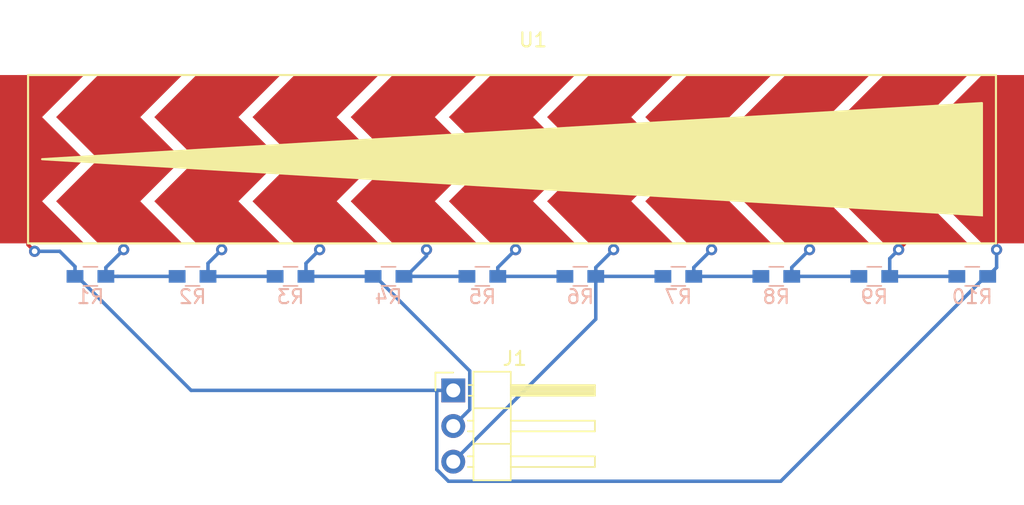
<source format=kicad_pcb>
(kicad_pcb (version 20171130) (host pcbnew 5.0.0-rc2-be01b52~65~ubuntu16.04.1)

  (general
    (thickness 1.6)
    (drawings 0)
    (tracks 84)
    (zones 0)
    (modules 12)
    (nets 11)
  )

  (page A4)
  (layers
    (0 F.Cu signal)
    (31 B.Cu signal)
    (32 B.Adhes user)
    (33 F.Adhes user)
    (34 B.Paste user)
    (35 F.Paste user)
    (36 B.SilkS user)
    (37 F.SilkS user)
    (38 B.Mask user)
    (39 F.Mask user)
    (40 Dwgs.User user)
    (41 Cmts.User user)
    (42 Eco1.User user)
    (43 Eco2.User user)
    (44 Edge.Cuts user)
    (45 Margin user)
    (46 B.CrtYd user)
    (47 F.CrtYd user)
    (48 B.Fab user)
    (49 F.Fab user)
  )

  (setup
    (last_trace_width 0.25)
    (trace_clearance 0.2)
    (zone_clearance 0.508)
    (zone_45_only no)
    (trace_min 0.2)
    (segment_width 0.2)
    (edge_width 0.15)
    (via_size 0.8)
    (via_drill 0.4)
    (via_min_size 0.4)
    (via_min_drill 0.3)
    (uvia_size 0.3)
    (uvia_drill 0.1)
    (uvias_allowed no)
    (uvia_min_size 0.2)
    (uvia_min_drill 0.1)
    (pcb_text_width 0.3)
    (pcb_text_size 1.5 1.5)
    (mod_edge_width 0.15)
    (mod_text_size 1 1)
    (mod_text_width 0.15)
    (pad_size 1.524 1.524)
    (pad_drill 0.762)
    (pad_to_mask_clearance 0.2)
    (aux_axis_origin 0 0)
    (visible_elements FFFFFF7F)
    (pcbplotparams
      (layerselection 0x010fc_ffffffff)
      (usegerberextensions false)
      (usegerberattributes false)
      (usegerberadvancedattributes false)
      (creategerberjobfile false)
      (excludeedgelayer true)
      (linewidth 0.100000)
      (plotframeref false)
      (viasonmask false)
      (mode 1)
      (useauxorigin false)
      (hpglpennumber 1)
      (hpglpenspeed 20)
      (hpglpendiameter 15)
      (psnegative false)
      (psa4output false)
      (plotreference true)
      (plotvalue true)
      (plotinvisibletext false)
      (padsonsilk false)
      (subtractmaskfromsilk false)
      (outputformat 1)
      (mirror false)
      (drillshape 1)
      (scaleselection 1)
      (outputdirectory ""))
  )

  (net 0 "")
  (net 1 /S2)
  (net 2 /S1)
  (net 3 /SE)
  (net 4 "Net-(R1-Pad2)")
  (net 5 "Net-(R2-Pad2)")
  (net 6 "Net-(R4-Pad2)")
  (net 7 "Net-(R5-Pad2)")
  (net 8 "Net-(R7-Pad2)")
  (net 9 "Net-(R8-Pad2)")
  (net 10 "Net-(R10-Pad1)")

  (net_class Default "これは標準のネット クラスです。"
    (clearance 0.2)
    (trace_width 0.25)
    (via_dia 0.8)
    (via_drill 0.4)
    (uvia_dia 0.3)
    (uvia_drill 0.1)
    (add_net /S1)
    (add_net /S2)
    (add_net /SE)
    (add_net "Net-(R1-Pad2)")
    (add_net "Net-(R10-Pad1)")
    (add_net "Net-(R2-Pad2)")
    (add_net "Net-(R4-Pad2)")
    (add_net "Net-(R5-Pad2)")
    (add_net "Net-(R7-Pad2)")
    (add_net "Net-(R8-Pad2)")
  )

  (module Pin_Headers:Pin_Header_Angled_1x03_Pitch2.54mm (layer F.Cu) (tedit 59650532) (tstamp 5B2A3C66)
    (at 151.13 107.188)
    (descr "Through hole angled pin header, 1x03, 2.54mm pitch, 6mm pin length, single row")
    (tags "Through hole angled pin header THT 1x03 2.54mm single row")
    (path /5B2A852C)
    (fp_text reference J1 (at 4.385 -2.27) (layer F.SilkS)
      (effects (font (size 1 1) (thickness 0.15)))
    )
    (fp_text value Conn_01x03_Male (at 4.385 7.35) (layer F.Fab)
      (effects (font (size 1 1) (thickness 0.15)))
    )
    (fp_text user %R (at 2.77 2.54 90) (layer F.Fab)
      (effects (font (size 1 1) (thickness 0.15)))
    )
    (fp_line (start 10.55 -1.8) (end -1.8 -1.8) (layer F.CrtYd) (width 0.05))
    (fp_line (start 10.55 6.85) (end 10.55 -1.8) (layer F.CrtYd) (width 0.05))
    (fp_line (start -1.8 6.85) (end 10.55 6.85) (layer F.CrtYd) (width 0.05))
    (fp_line (start -1.8 -1.8) (end -1.8 6.85) (layer F.CrtYd) (width 0.05))
    (fp_line (start -1.27 -1.27) (end 0 -1.27) (layer F.SilkS) (width 0.12))
    (fp_line (start -1.27 0) (end -1.27 -1.27) (layer F.SilkS) (width 0.12))
    (fp_line (start 1.042929 5.46) (end 1.44 5.46) (layer F.SilkS) (width 0.12))
    (fp_line (start 1.042929 4.7) (end 1.44 4.7) (layer F.SilkS) (width 0.12))
    (fp_line (start 10.1 5.46) (end 4.1 5.46) (layer F.SilkS) (width 0.12))
    (fp_line (start 10.1 4.7) (end 10.1 5.46) (layer F.SilkS) (width 0.12))
    (fp_line (start 4.1 4.7) (end 10.1 4.7) (layer F.SilkS) (width 0.12))
    (fp_line (start 1.44 3.81) (end 4.1 3.81) (layer F.SilkS) (width 0.12))
    (fp_line (start 1.042929 2.92) (end 1.44 2.92) (layer F.SilkS) (width 0.12))
    (fp_line (start 1.042929 2.16) (end 1.44 2.16) (layer F.SilkS) (width 0.12))
    (fp_line (start 10.1 2.92) (end 4.1 2.92) (layer F.SilkS) (width 0.12))
    (fp_line (start 10.1 2.16) (end 10.1 2.92) (layer F.SilkS) (width 0.12))
    (fp_line (start 4.1 2.16) (end 10.1 2.16) (layer F.SilkS) (width 0.12))
    (fp_line (start 1.44 1.27) (end 4.1 1.27) (layer F.SilkS) (width 0.12))
    (fp_line (start 1.11 0.38) (end 1.44 0.38) (layer F.SilkS) (width 0.12))
    (fp_line (start 1.11 -0.38) (end 1.44 -0.38) (layer F.SilkS) (width 0.12))
    (fp_line (start 4.1 0.28) (end 10.1 0.28) (layer F.SilkS) (width 0.12))
    (fp_line (start 4.1 0.16) (end 10.1 0.16) (layer F.SilkS) (width 0.12))
    (fp_line (start 4.1 0.04) (end 10.1 0.04) (layer F.SilkS) (width 0.12))
    (fp_line (start 4.1 -0.08) (end 10.1 -0.08) (layer F.SilkS) (width 0.12))
    (fp_line (start 4.1 -0.2) (end 10.1 -0.2) (layer F.SilkS) (width 0.12))
    (fp_line (start 4.1 -0.32) (end 10.1 -0.32) (layer F.SilkS) (width 0.12))
    (fp_line (start 10.1 0.38) (end 4.1 0.38) (layer F.SilkS) (width 0.12))
    (fp_line (start 10.1 -0.38) (end 10.1 0.38) (layer F.SilkS) (width 0.12))
    (fp_line (start 4.1 -0.38) (end 10.1 -0.38) (layer F.SilkS) (width 0.12))
    (fp_line (start 4.1 -1.33) (end 1.44 -1.33) (layer F.SilkS) (width 0.12))
    (fp_line (start 4.1 6.41) (end 4.1 -1.33) (layer F.SilkS) (width 0.12))
    (fp_line (start 1.44 6.41) (end 4.1 6.41) (layer F.SilkS) (width 0.12))
    (fp_line (start 1.44 -1.33) (end 1.44 6.41) (layer F.SilkS) (width 0.12))
    (fp_line (start 4.04 5.4) (end 10.04 5.4) (layer F.Fab) (width 0.1))
    (fp_line (start 10.04 4.76) (end 10.04 5.4) (layer F.Fab) (width 0.1))
    (fp_line (start 4.04 4.76) (end 10.04 4.76) (layer F.Fab) (width 0.1))
    (fp_line (start -0.32 5.4) (end 1.5 5.4) (layer F.Fab) (width 0.1))
    (fp_line (start -0.32 4.76) (end -0.32 5.4) (layer F.Fab) (width 0.1))
    (fp_line (start -0.32 4.76) (end 1.5 4.76) (layer F.Fab) (width 0.1))
    (fp_line (start 4.04 2.86) (end 10.04 2.86) (layer F.Fab) (width 0.1))
    (fp_line (start 10.04 2.22) (end 10.04 2.86) (layer F.Fab) (width 0.1))
    (fp_line (start 4.04 2.22) (end 10.04 2.22) (layer F.Fab) (width 0.1))
    (fp_line (start -0.32 2.86) (end 1.5 2.86) (layer F.Fab) (width 0.1))
    (fp_line (start -0.32 2.22) (end -0.32 2.86) (layer F.Fab) (width 0.1))
    (fp_line (start -0.32 2.22) (end 1.5 2.22) (layer F.Fab) (width 0.1))
    (fp_line (start 4.04 0.32) (end 10.04 0.32) (layer F.Fab) (width 0.1))
    (fp_line (start 10.04 -0.32) (end 10.04 0.32) (layer F.Fab) (width 0.1))
    (fp_line (start 4.04 -0.32) (end 10.04 -0.32) (layer F.Fab) (width 0.1))
    (fp_line (start -0.32 0.32) (end 1.5 0.32) (layer F.Fab) (width 0.1))
    (fp_line (start -0.32 -0.32) (end -0.32 0.32) (layer F.Fab) (width 0.1))
    (fp_line (start -0.32 -0.32) (end 1.5 -0.32) (layer F.Fab) (width 0.1))
    (fp_line (start 1.5 -0.635) (end 2.135 -1.27) (layer F.Fab) (width 0.1))
    (fp_line (start 1.5 6.35) (end 1.5 -0.635) (layer F.Fab) (width 0.1))
    (fp_line (start 4.04 6.35) (end 1.5 6.35) (layer F.Fab) (width 0.1))
    (fp_line (start 4.04 -1.27) (end 4.04 6.35) (layer F.Fab) (width 0.1))
    (fp_line (start 2.135 -1.27) (end 4.04 -1.27) (layer F.Fab) (width 0.1))
    (pad 3 thru_hole oval (at 0 5.08) (size 1.7 1.7) (drill 1) (layers *.Cu *.Mask)
      (net 1 /S2))
    (pad 2 thru_hole oval (at 0 2.54) (size 1.7 1.7) (drill 1) (layers *.Cu *.Mask)
      (net 2 /S1))
    (pad 1 thru_hole rect (at 0 0) (size 1.7 1.7) (drill 1) (layers *.Cu *.Mask)
      (net 3 /SE))
    (model ${KISYS3DMOD}/Pin_Headers.3dshapes/Pin_Header_Angled_1x03_Pitch2.54mm.wrl
      (at (xyz 0 0 0))
      (scale (xyz 1 1 1))
      (rotate (xyz 0 0 0))
    )
  )

  (module Resistors_SMD:R_0603_HandSoldering (layer B.Cu) (tedit 58E0A804) (tstamp 5B2A3EDD)
    (at 125.265 99.06)
    (descr "Resistor SMD 0603, hand soldering")
    (tags "resistor 0603")
    (path /5B29C77E)
    (attr smd)
    (fp_text reference R1 (at 0 1.45) (layer B.SilkS)
      (effects (font (size 1 1) (thickness 0.15)) (justify mirror))
    )
    (fp_text value 33k (at 0 -1.55) (layer B.Fab)
      (effects (font (size 1 1) (thickness 0.15)) (justify mirror))
    )
    (fp_line (start 1.95 -0.7) (end -1.96 -0.7) (layer B.CrtYd) (width 0.05))
    (fp_line (start 1.95 -0.7) (end 1.95 0.7) (layer B.CrtYd) (width 0.05))
    (fp_line (start -1.96 0.7) (end -1.96 -0.7) (layer B.CrtYd) (width 0.05))
    (fp_line (start -1.96 0.7) (end 1.95 0.7) (layer B.CrtYd) (width 0.05))
    (fp_line (start -0.5 0.68) (end 0.5 0.68) (layer B.SilkS) (width 0.12))
    (fp_line (start 0.5 -0.68) (end -0.5 -0.68) (layer B.SilkS) (width 0.12))
    (fp_line (start -0.8 0.4) (end 0.8 0.4) (layer B.Fab) (width 0.1))
    (fp_line (start 0.8 0.4) (end 0.8 -0.4) (layer B.Fab) (width 0.1))
    (fp_line (start 0.8 -0.4) (end -0.8 -0.4) (layer B.Fab) (width 0.1))
    (fp_line (start -0.8 -0.4) (end -0.8 0.4) (layer B.Fab) (width 0.1))
    (fp_text user %R (at 0 0) (layer B.Fab)
      (effects (font (size 0.4 0.4) (thickness 0.075)) (justify mirror))
    )
    (pad 2 smd rect (at 1.1 0) (size 1.2 0.9) (layers B.Cu B.Paste B.Mask)
      (net 4 "Net-(R1-Pad2)"))
    (pad 1 smd rect (at -1.1 0) (size 1.2 0.9) (layers B.Cu B.Paste B.Mask)
      (net 3 /SE))
    (model ${KISYS3DMOD}/Resistors_SMD.3dshapes/R_0603.wrl
      (at (xyz 0 0 0))
      (scale (xyz 1 1 1))
      (rotate (xyz 0 0 0))
    )
  )

  (module Resistors_SMD:R_0603_HandSoldering (layer B.Cu) (tedit 58E0A804) (tstamp 5B2A4013)
    (at 132.545 99.06)
    (descr "Resistor SMD 0603, hand soldering")
    (tags "resistor 0603")
    (path /5B29CC44)
    (attr smd)
    (fp_text reference R2 (at 0 1.45) (layer B.SilkS)
      (effects (font (size 1 1) (thickness 0.15)) (justify mirror))
    )
    (fp_text value 33k (at 0 -1.55) (layer B.Fab)
      (effects (font (size 1 1) (thickness 0.15)) (justify mirror))
    )
    (fp_text user %R (at 0 0) (layer B.Fab)
      (effects (font (size 0.4 0.4) (thickness 0.075)) (justify mirror))
    )
    (fp_line (start -0.8 -0.4) (end -0.8 0.4) (layer B.Fab) (width 0.1))
    (fp_line (start 0.8 -0.4) (end -0.8 -0.4) (layer B.Fab) (width 0.1))
    (fp_line (start 0.8 0.4) (end 0.8 -0.4) (layer B.Fab) (width 0.1))
    (fp_line (start -0.8 0.4) (end 0.8 0.4) (layer B.Fab) (width 0.1))
    (fp_line (start 0.5 -0.68) (end -0.5 -0.68) (layer B.SilkS) (width 0.12))
    (fp_line (start -0.5 0.68) (end 0.5 0.68) (layer B.SilkS) (width 0.12))
    (fp_line (start -1.96 0.7) (end 1.95 0.7) (layer B.CrtYd) (width 0.05))
    (fp_line (start -1.96 0.7) (end -1.96 -0.7) (layer B.CrtYd) (width 0.05))
    (fp_line (start 1.95 -0.7) (end 1.95 0.7) (layer B.CrtYd) (width 0.05))
    (fp_line (start 1.95 -0.7) (end -1.96 -0.7) (layer B.CrtYd) (width 0.05))
    (pad 1 smd rect (at -1.1 0) (size 1.2 0.9) (layers B.Cu B.Paste B.Mask)
      (net 4 "Net-(R1-Pad2)"))
    (pad 2 smd rect (at 1.1 0) (size 1.2 0.9) (layers B.Cu B.Paste B.Mask)
      (net 5 "Net-(R2-Pad2)"))
    (model ${KISYS3DMOD}/Resistors_SMD.3dshapes/R_0603.wrl
      (at (xyz 0 0 0))
      (scale (xyz 1 1 1))
      (rotate (xyz 0 0 0))
    )
  )

  (module Resistors_SMD:R_0603_HandSoldering (layer B.Cu) (tedit 58E0A804) (tstamp 5B2A3E7D)
    (at 139.53 99.06)
    (descr "Resistor SMD 0603, hand soldering")
    (tags "resistor 0603")
    (path /5B29CC5E)
    (attr smd)
    (fp_text reference R3 (at 0 1.45) (layer B.SilkS)
      (effects (font (size 1 1) (thickness 0.15)) (justify mirror))
    )
    (fp_text value 33k (at 0 -1.55) (layer B.Fab)
      (effects (font (size 1 1) (thickness 0.15)) (justify mirror))
    )
    (fp_line (start 1.95 -0.7) (end -1.96 -0.7) (layer B.CrtYd) (width 0.05))
    (fp_line (start 1.95 -0.7) (end 1.95 0.7) (layer B.CrtYd) (width 0.05))
    (fp_line (start -1.96 0.7) (end -1.96 -0.7) (layer B.CrtYd) (width 0.05))
    (fp_line (start -1.96 0.7) (end 1.95 0.7) (layer B.CrtYd) (width 0.05))
    (fp_line (start -0.5 0.68) (end 0.5 0.68) (layer B.SilkS) (width 0.12))
    (fp_line (start 0.5 -0.68) (end -0.5 -0.68) (layer B.SilkS) (width 0.12))
    (fp_line (start -0.8 0.4) (end 0.8 0.4) (layer B.Fab) (width 0.1))
    (fp_line (start 0.8 0.4) (end 0.8 -0.4) (layer B.Fab) (width 0.1))
    (fp_line (start 0.8 -0.4) (end -0.8 -0.4) (layer B.Fab) (width 0.1))
    (fp_line (start -0.8 -0.4) (end -0.8 0.4) (layer B.Fab) (width 0.1))
    (fp_text user %R (at 0 0) (layer B.Fab)
      (effects (font (size 0.4 0.4) (thickness 0.075)) (justify mirror))
    )
    (pad 2 smd rect (at 1.1 0) (size 1.2 0.9) (layers B.Cu B.Paste B.Mask)
      (net 2 /S1))
    (pad 1 smd rect (at -1.1 0) (size 1.2 0.9) (layers B.Cu B.Paste B.Mask)
      (net 5 "Net-(R2-Pad2)"))
    (model ${KISYS3DMOD}/Resistors_SMD.3dshapes/R_0603.wrl
      (at (xyz 0 0 0))
      (scale (xyz 1 1 1))
      (rotate (xyz 0 0 0))
    )
  )

  (module Resistors_SMD:R_0603_HandSoldering (layer B.Cu) (tedit 58E0A804) (tstamp 5B2A3E1D)
    (at 146.515 99.06)
    (descr "Resistor SMD 0603, hand soldering")
    (tags "resistor 0603")
    (path /5B29CC76)
    (attr smd)
    (fp_text reference R4 (at 0 1.45) (layer B.SilkS)
      (effects (font (size 1 1) (thickness 0.15)) (justify mirror))
    )
    (fp_text value 33k (at 0 -1.55) (layer B.Fab)
      (effects (font (size 1 1) (thickness 0.15)) (justify mirror))
    )
    (fp_text user %R (at 0 0) (layer B.Fab)
      (effects (font (size 0.4 0.4) (thickness 0.075)) (justify mirror))
    )
    (fp_line (start -0.8 -0.4) (end -0.8 0.4) (layer B.Fab) (width 0.1))
    (fp_line (start 0.8 -0.4) (end -0.8 -0.4) (layer B.Fab) (width 0.1))
    (fp_line (start 0.8 0.4) (end 0.8 -0.4) (layer B.Fab) (width 0.1))
    (fp_line (start -0.8 0.4) (end 0.8 0.4) (layer B.Fab) (width 0.1))
    (fp_line (start 0.5 -0.68) (end -0.5 -0.68) (layer B.SilkS) (width 0.12))
    (fp_line (start -0.5 0.68) (end 0.5 0.68) (layer B.SilkS) (width 0.12))
    (fp_line (start -1.96 0.7) (end 1.95 0.7) (layer B.CrtYd) (width 0.05))
    (fp_line (start -1.96 0.7) (end -1.96 -0.7) (layer B.CrtYd) (width 0.05))
    (fp_line (start 1.95 -0.7) (end 1.95 0.7) (layer B.CrtYd) (width 0.05))
    (fp_line (start 1.95 -0.7) (end -1.96 -0.7) (layer B.CrtYd) (width 0.05))
    (pad 1 smd rect (at -1.1 0) (size 1.2 0.9) (layers B.Cu B.Paste B.Mask)
      (net 2 /S1))
    (pad 2 smd rect (at 1.1 0) (size 1.2 0.9) (layers B.Cu B.Paste B.Mask)
      (net 6 "Net-(R4-Pad2)"))
    (model ${KISYS3DMOD}/Resistors_SMD.3dshapes/R_0603.wrl
      (at (xyz 0 0 0))
      (scale (xyz 1 1 1))
      (rotate (xyz 0 0 0))
    )
  )

  (module Resistors_SMD:R_0603_HandSoldering (layer B.Cu) (tedit 58E0A804) (tstamp 5B2A3DED)
    (at 153.205 99.06)
    (descr "Resistor SMD 0603, hand soldering")
    (tags "resistor 0603")
    (path /5B29CC90)
    (attr smd)
    (fp_text reference R5 (at 0 1.45) (layer B.SilkS)
      (effects (font (size 1 1) (thickness 0.15)) (justify mirror))
    )
    (fp_text value 33k (at 0 -1.55) (layer B.Fab)
      (effects (font (size 1 1) (thickness 0.15)) (justify mirror))
    )
    (fp_text user %R (at 0 0) (layer B.Fab)
      (effects (font (size 0.4 0.4) (thickness 0.075)) (justify mirror))
    )
    (fp_line (start -0.8 -0.4) (end -0.8 0.4) (layer B.Fab) (width 0.1))
    (fp_line (start 0.8 -0.4) (end -0.8 -0.4) (layer B.Fab) (width 0.1))
    (fp_line (start 0.8 0.4) (end 0.8 -0.4) (layer B.Fab) (width 0.1))
    (fp_line (start -0.8 0.4) (end 0.8 0.4) (layer B.Fab) (width 0.1))
    (fp_line (start 0.5 -0.68) (end -0.5 -0.68) (layer B.SilkS) (width 0.12))
    (fp_line (start -0.5 0.68) (end 0.5 0.68) (layer B.SilkS) (width 0.12))
    (fp_line (start -1.96 0.7) (end 1.95 0.7) (layer B.CrtYd) (width 0.05))
    (fp_line (start -1.96 0.7) (end -1.96 -0.7) (layer B.CrtYd) (width 0.05))
    (fp_line (start 1.95 -0.7) (end 1.95 0.7) (layer B.CrtYd) (width 0.05))
    (fp_line (start 1.95 -0.7) (end -1.96 -0.7) (layer B.CrtYd) (width 0.05))
    (pad 1 smd rect (at -1.1 0) (size 1.2 0.9) (layers B.Cu B.Paste B.Mask)
      (net 6 "Net-(R4-Pad2)"))
    (pad 2 smd rect (at 1.1 0) (size 1.2 0.9) (layers B.Cu B.Paste B.Mask)
      (net 7 "Net-(R5-Pad2)"))
    (model ${KISYS3DMOD}/Resistors_SMD.3dshapes/R_0603.wrl
      (at (xyz 0 0 0))
      (scale (xyz 1 1 1))
      (rotate (xyz 0 0 0))
    )
  )

  (module Resistors_SMD:R_0603_HandSoldering (layer B.Cu) (tedit 58E0A804) (tstamp 5B2A3DBD)
    (at 160.19 99.06)
    (descr "Resistor SMD 0603, hand soldering")
    (tags "resistor 0603")
    (path /5B29CCAC)
    (attr smd)
    (fp_text reference R6 (at 0 1.45) (layer B.SilkS)
      (effects (font (size 1 1) (thickness 0.15)) (justify mirror))
    )
    (fp_text value 33k (at 0 -1.55) (layer B.Fab)
      (effects (font (size 1 1) (thickness 0.15)) (justify mirror))
    )
    (fp_text user %R (at 0 0) (layer B.Fab)
      (effects (font (size 0.4 0.4) (thickness 0.075)) (justify mirror))
    )
    (fp_line (start -0.8 -0.4) (end -0.8 0.4) (layer B.Fab) (width 0.1))
    (fp_line (start 0.8 -0.4) (end -0.8 -0.4) (layer B.Fab) (width 0.1))
    (fp_line (start 0.8 0.4) (end 0.8 -0.4) (layer B.Fab) (width 0.1))
    (fp_line (start -0.8 0.4) (end 0.8 0.4) (layer B.Fab) (width 0.1))
    (fp_line (start 0.5 -0.68) (end -0.5 -0.68) (layer B.SilkS) (width 0.12))
    (fp_line (start -0.5 0.68) (end 0.5 0.68) (layer B.SilkS) (width 0.12))
    (fp_line (start -1.96 0.7) (end 1.95 0.7) (layer B.CrtYd) (width 0.05))
    (fp_line (start -1.96 0.7) (end -1.96 -0.7) (layer B.CrtYd) (width 0.05))
    (fp_line (start 1.95 -0.7) (end 1.95 0.7) (layer B.CrtYd) (width 0.05))
    (fp_line (start 1.95 -0.7) (end -1.96 -0.7) (layer B.CrtYd) (width 0.05))
    (pad 1 smd rect (at -1.1 0) (size 1.2 0.9) (layers B.Cu B.Paste B.Mask)
      (net 7 "Net-(R5-Pad2)"))
    (pad 2 smd rect (at 1.1 0) (size 1.2 0.9) (layers B.Cu B.Paste B.Mask)
      (net 1 /S2))
    (model ${KISYS3DMOD}/Resistors_SMD.3dshapes/R_0603.wrl
      (at (xyz 0 0 0))
      (scale (xyz 1 1 1))
      (rotate (xyz 0 0 0))
    )
  )

  (module Resistors_SMD:R_0603_HandSoldering (layer B.Cu) (tedit 58E0A804) (tstamp 5B2A3D8D)
    (at 167.175 99.06)
    (descr "Resistor SMD 0603, hand soldering")
    (tags "resistor 0603")
    (path /5B29CCCA)
    (attr smd)
    (fp_text reference R7 (at 0 1.45) (layer B.SilkS)
      (effects (font (size 1 1) (thickness 0.15)) (justify mirror))
    )
    (fp_text value 33k (at 0 -1.55) (layer B.Fab)
      (effects (font (size 1 1) (thickness 0.15)) (justify mirror))
    )
    (fp_line (start 1.95 -0.7) (end -1.96 -0.7) (layer B.CrtYd) (width 0.05))
    (fp_line (start 1.95 -0.7) (end 1.95 0.7) (layer B.CrtYd) (width 0.05))
    (fp_line (start -1.96 0.7) (end -1.96 -0.7) (layer B.CrtYd) (width 0.05))
    (fp_line (start -1.96 0.7) (end 1.95 0.7) (layer B.CrtYd) (width 0.05))
    (fp_line (start -0.5 0.68) (end 0.5 0.68) (layer B.SilkS) (width 0.12))
    (fp_line (start 0.5 -0.68) (end -0.5 -0.68) (layer B.SilkS) (width 0.12))
    (fp_line (start -0.8 0.4) (end 0.8 0.4) (layer B.Fab) (width 0.1))
    (fp_line (start 0.8 0.4) (end 0.8 -0.4) (layer B.Fab) (width 0.1))
    (fp_line (start 0.8 -0.4) (end -0.8 -0.4) (layer B.Fab) (width 0.1))
    (fp_line (start -0.8 -0.4) (end -0.8 0.4) (layer B.Fab) (width 0.1))
    (fp_text user %R (at 0 0) (layer B.Fab)
      (effects (font (size 0.4 0.4) (thickness 0.075)) (justify mirror))
    )
    (pad 2 smd rect (at 1.1 0) (size 1.2 0.9) (layers B.Cu B.Paste B.Mask)
      (net 8 "Net-(R7-Pad2)"))
    (pad 1 smd rect (at -1.1 0) (size 1.2 0.9) (layers B.Cu B.Paste B.Mask)
      (net 1 /S2))
    (model ${KISYS3DMOD}/Resistors_SMD.3dshapes/R_0603.wrl
      (at (xyz 0 0 0))
      (scale (xyz 1 1 1))
      (rotate (xyz 0 0 0))
    )
  )

  (module Resistors_SMD:R_0603_HandSoldering (layer B.Cu) (tedit 58E0A804) (tstamp 5B2A3EAD)
    (at 174.16 99.06)
    (descr "Resistor SMD 0603, hand soldering")
    (tags "resistor 0603")
    (path /5B29CCEA)
    (attr smd)
    (fp_text reference R8 (at 0 1.45) (layer B.SilkS)
      (effects (font (size 1 1) (thickness 0.15)) (justify mirror))
    )
    (fp_text value 33k (at 0 -1.55) (layer B.Fab)
      (effects (font (size 1 1) (thickness 0.15)) (justify mirror))
    )
    (fp_text user %R (at 0 0) (layer B.Fab)
      (effects (font (size 0.4 0.4) (thickness 0.075)) (justify mirror))
    )
    (fp_line (start -0.8 -0.4) (end -0.8 0.4) (layer B.Fab) (width 0.1))
    (fp_line (start 0.8 -0.4) (end -0.8 -0.4) (layer B.Fab) (width 0.1))
    (fp_line (start 0.8 0.4) (end 0.8 -0.4) (layer B.Fab) (width 0.1))
    (fp_line (start -0.8 0.4) (end 0.8 0.4) (layer B.Fab) (width 0.1))
    (fp_line (start 0.5 -0.68) (end -0.5 -0.68) (layer B.SilkS) (width 0.12))
    (fp_line (start -0.5 0.68) (end 0.5 0.68) (layer B.SilkS) (width 0.12))
    (fp_line (start -1.96 0.7) (end 1.95 0.7) (layer B.CrtYd) (width 0.05))
    (fp_line (start -1.96 0.7) (end -1.96 -0.7) (layer B.CrtYd) (width 0.05))
    (fp_line (start 1.95 -0.7) (end 1.95 0.7) (layer B.CrtYd) (width 0.05))
    (fp_line (start 1.95 -0.7) (end -1.96 -0.7) (layer B.CrtYd) (width 0.05))
    (pad 1 smd rect (at -1.1 0) (size 1.2 0.9) (layers B.Cu B.Paste B.Mask)
      (net 8 "Net-(R7-Pad2)"))
    (pad 2 smd rect (at 1.1 0) (size 1.2 0.9) (layers B.Cu B.Paste B.Mask)
      (net 9 "Net-(R8-Pad2)"))
    (model ${KISYS3DMOD}/Resistors_SMD.3dshapes/R_0603.wrl
      (at (xyz 0 0 0))
      (scale (xyz 1 1 1))
      (rotate (xyz 0 0 0))
    )
  )

  (module Resistors_SMD:R_0603_HandSoldering (layer B.Cu) (tedit 58E0A804) (tstamp 5B2A3D5D)
    (at 181.145 99.06)
    (descr "Resistor SMD 0603, hand soldering")
    (tags "resistor 0603")
    (path /5B29CD0C)
    (attr smd)
    (fp_text reference R9 (at 0 1.45) (layer B.SilkS)
      (effects (font (size 1 1) (thickness 0.15)) (justify mirror))
    )
    (fp_text value 33k (at 0 -1.55) (layer B.Fab)
      (effects (font (size 1 1) (thickness 0.15)) (justify mirror))
    )
    (fp_line (start 1.95 -0.7) (end -1.96 -0.7) (layer B.CrtYd) (width 0.05))
    (fp_line (start 1.95 -0.7) (end 1.95 0.7) (layer B.CrtYd) (width 0.05))
    (fp_line (start -1.96 0.7) (end -1.96 -0.7) (layer B.CrtYd) (width 0.05))
    (fp_line (start -1.96 0.7) (end 1.95 0.7) (layer B.CrtYd) (width 0.05))
    (fp_line (start -0.5 0.68) (end 0.5 0.68) (layer B.SilkS) (width 0.12))
    (fp_line (start 0.5 -0.68) (end -0.5 -0.68) (layer B.SilkS) (width 0.12))
    (fp_line (start -0.8 0.4) (end 0.8 0.4) (layer B.Fab) (width 0.1))
    (fp_line (start 0.8 0.4) (end 0.8 -0.4) (layer B.Fab) (width 0.1))
    (fp_line (start 0.8 -0.4) (end -0.8 -0.4) (layer B.Fab) (width 0.1))
    (fp_line (start -0.8 -0.4) (end -0.8 0.4) (layer B.Fab) (width 0.1))
    (fp_text user %R (at 0 0) (layer B.Fab)
      (effects (font (size 0.4 0.4) (thickness 0.075)) (justify mirror))
    )
    (pad 2 smd rect (at 1.1 0) (size 1.2 0.9) (layers B.Cu B.Paste B.Mask)
      (net 10 "Net-(R10-Pad1)"))
    (pad 1 smd rect (at -1.1 0) (size 1.2 0.9) (layers B.Cu B.Paste B.Mask)
      (net 9 "Net-(R8-Pad2)"))
    (model ${KISYS3DMOD}/Resistors_SMD.3dshapes/R_0603.wrl
      (at (xyz 0 0 0))
      (scale (xyz 1 1 1))
      (rotate (xyz 0 0 0))
    )
  )

  (module Resistors_SMD:R_0603_HandSoldering (layer B.Cu) (tedit 58E0A804) (tstamp 5B2A3D2D)
    (at 188.13 99.06)
    (descr "Resistor SMD 0603, hand soldering")
    (tags "resistor 0603")
    (path /5B2A21CA)
    (attr smd)
    (fp_text reference R10 (at 0 1.45) (layer B.SilkS)
      (effects (font (size 1 1) (thickness 0.15)) (justify mirror))
    )
    (fp_text value 33k (at 0 -1.55) (layer B.Fab)
      (effects (font (size 1 1) (thickness 0.15)) (justify mirror))
    )
    (fp_text user %R (at 0 0) (layer B.Fab)
      (effects (font (size 0.4 0.4) (thickness 0.075)) (justify mirror))
    )
    (fp_line (start -0.8 -0.4) (end -0.8 0.4) (layer B.Fab) (width 0.1))
    (fp_line (start 0.8 -0.4) (end -0.8 -0.4) (layer B.Fab) (width 0.1))
    (fp_line (start 0.8 0.4) (end 0.8 -0.4) (layer B.Fab) (width 0.1))
    (fp_line (start -0.8 0.4) (end 0.8 0.4) (layer B.Fab) (width 0.1))
    (fp_line (start 0.5 -0.68) (end -0.5 -0.68) (layer B.SilkS) (width 0.12))
    (fp_line (start -0.5 0.68) (end 0.5 0.68) (layer B.SilkS) (width 0.12))
    (fp_line (start -1.96 0.7) (end 1.95 0.7) (layer B.CrtYd) (width 0.05))
    (fp_line (start -1.96 0.7) (end -1.96 -0.7) (layer B.CrtYd) (width 0.05))
    (fp_line (start 1.95 -0.7) (end 1.95 0.7) (layer B.CrtYd) (width 0.05))
    (fp_line (start 1.95 -0.7) (end -1.96 -0.7) (layer B.CrtYd) (width 0.05))
    (pad 1 smd rect (at -1.1 0) (size 1.2 0.9) (layers B.Cu B.Paste B.Mask)
      (net 10 "Net-(R10-Pad1)"))
    (pad 2 smd rect (at 1.1 0) (size 1.2 0.9) (layers B.Cu B.Paste B.Mask)
      (net 3 /SE))
    (model ${KISYS3DMOD}/Resistors_SMD.3dshapes/R_0603.wrl
      (at (xyz 0 0 0))
      (scale (xyz 1 1 1))
      (rotate (xyz 0 0 0))
    )
  )

  (module mTouch:Slider-20 (layer F.Cu) (tedit 5B29CE29) (tstamp 5B2A3CF7)
    (at 156.818 90.7055)
    (path /5B29C727)
    (fp_text reference U1 (at 0 -8.5) (layer F.SilkS)
      (effects (font (size 1 1) (thickness 0.15)))
    )
    (fp_text value slider-20 (at 0 -10.5) (layer F.Fab)
      (effects (font (size 1 1) (thickness 0.15)))
    )
    (fp_line (start -36 -6) (end 33 -6) (layer F.SilkS) (width 0.15))
    (fp_line (start 33 -6) (end 33 6) (layer F.SilkS) (width 0.15))
    (fp_line (start 33 6) (end -36 6) (layer F.SilkS) (width 0.15))
    (fp_line (start -36 6) (end -36 -6) (layer F.SilkS) (width 0.15))
    (fp_poly (pts (xy 32 -4) (xy 32 4) (xy -35 0)) (layer F.SilkS) (width 0.15))
    (pad 1 smd custom (at -36 0) (size 1.524 1.524) (layers F.Cu)
      (net 3 /SE) (zone_connect 0)
      (options (clearance outline) (anchor circle))
      (primitives
        (gr_poly (pts
           (xy 4 6) (xy -2 6) (xy -2 -6) (xy 4 -6) (xy 1 -3)
           (xy 4 0) (xy 1 3)) (width 0))
      ))
    (pad 2 smd custom (at -29 0) (size 1.524 1.524) (layers F.Cu)
      (net 4 "Net-(R1-Pad2)") (zone_connect 0)
      (options (clearance outline) (anchor circle))
      (primitives
        (gr_poly (pts
           (xy 4 6) (xy -2 6) (xy -5 3) (xy -2 0) (xy -5 -3)
           (xy -2 -6) (xy 4 -6) (xy 1 -3) (xy 4 0) (xy 1 3)
) (width 0))
      ))
    (pad 3 smd custom (at -22 0) (size 1.524 1.524) (layers F.Cu)
      (net 5 "Net-(R2-Pad2)") (zone_connect 0)
      (options (clearance outline) (anchor circle))
      (primitives
        (gr_poly (pts
           (xy 4 6) (xy -2 6) (xy -5 3) (xy -2 0) (xy -5 -3)
           (xy -2 -6) (xy 4 -6) (xy 1 -3) (xy 4 0) (xy 1 3)
) (width 0))
      ))
    (pad 4 smd custom (at -15 0) (size 1.524 1.524) (layers F.Cu)
      (net 2 /S1) (zone_connect 0)
      (options (clearance outline) (anchor circle))
      (primitives
        (gr_poly (pts
           (xy 4 6) (xy -2 6) (xy -5 3) (xy -2 0) (xy -5 -3)
           (xy -2 -6) (xy 4 -6) (xy 1 -3) (xy 4 0) (xy 1 3)
) (width 0))
      ))
    (pad 5 smd custom (at -8 0) (size 1.524 1.524) (layers F.Cu)
      (net 6 "Net-(R4-Pad2)") (zone_connect 0)
      (options (clearance outline) (anchor circle))
      (primitives
        (gr_poly (pts
           (xy 4 6) (xy -2 6) (xy -5 3) (xy -2 0) (xy -5 -3)
           (xy -2 -6) (xy 4 -6) (xy 1 -3) (xy 4 0) (xy 1 3)
) (width 0))
      ))
    (pad 6 smd custom (at -1 0) (size 1.524 1.524) (layers F.Cu)
      (net 7 "Net-(R5-Pad2)") (zone_connect 0)
      (options (clearance outline) (anchor circle))
      (primitives
        (gr_poly (pts
           (xy 4 6) (xy -2 6) (xy -5 3) (xy -2 0) (xy -5 -3)
           (xy -2 -6) (xy 4 -6) (xy 1 -3) (xy 4 0) (xy 1 3)
) (width 0))
      ))
    (pad 7 smd custom (at 6 0) (size 1.524 1.524) (layers F.Cu)
      (net 1 /S2) (zone_connect 0)
      (options (clearance outline) (anchor circle))
      (primitives
        (gr_poly (pts
           (xy 4 6) (xy -2 6) (xy -5 3) (xy -2 0) (xy -5 -3)
           (xy -2 -6) (xy 4 -6) (xy 1 -3) (xy 4 0) (xy 1 3)
) (width 0))
      ))
    (pad 1 smd custom (at 33 0) (size 1.524 1.524) (layers F.Cu)
      (net 3 /SE) (zone_connect 0)
      (options (clearance outline) (anchor circle))
      (primitives
        (gr_poly (pts
           (xy 2 6) (xy -1 6) (xy -4 3) (xy -1 0) (xy -4 -3)
           (xy -1 -6) (xy 2 -6)) (width 0))
      ))
    (pad 8 smd custom (at 13 0) (size 1.524 1.524) (layers F.Cu)
      (net 8 "Net-(R7-Pad2)") (zone_connect 0)
      (options (clearance outline) (anchor circle))
      (primitives
        (gr_poly (pts
           (xy 4 6) (xy -2 6) (xy -5 3) (xy -2 0) (xy -5 -3)
           (xy -2 -6) (xy 4 -6) (xy 1 -3) (xy 4 0) (xy 1 3)
) (width 0))
      ))
    (pad 9 smd custom (at 20 0) (size 1.524 1.524) (layers F.Cu)
      (net 9 "Net-(R8-Pad2)") (zone_connect 0)
      (options (clearance outline) (anchor circle))
      (primitives
        (gr_poly (pts
           (xy 4 6) (xy -2 6) (xy -5 3) (xy -2 0) (xy -5 -3)
           (xy -2 -6) (xy 4 -6) (xy 1 -3) (xy 4 0) (xy 1 3)
) (width 0))
      ))
    (pad 10 smd custom (at 27 0) (size 1.524 1.524) (layers F.Cu)
      (net 10 "Net-(R10-Pad1)") (zone_connect 0)
      (options (clearance outline) (anchor circle))
      (primitives
        (gr_poly (pts
           (xy 4 6) (xy -2 6) (xy -5 3) (xy -2 0) (xy -5 -3)
           (xy -2 -6) (xy 4 -6) (xy 1 -3) (xy 4 0) (xy 1 3)
) (width 0))
      ))
  )

  (segment (start 161.29 99.06) (end 166.075 99.06) (width 0.25) (layer B.Cu) (net 1))
  (via (at 162.56 97.155) (size 0.8) (drill 0.4) (layers F.Cu B.Cu) (net 1))
  (segment (start 161.29 98.425) (end 162.56 97.155) (width 0.25) (layer B.Cu) (net 1))
  (segment (start 161.29 99.06) (end 161.29 98.425) (width 0.25) (layer B.Cu) (net 1))
  (segment (start 162.56 90.9635) (end 162.818 90.7055) (width 0.25) (layer F.Cu) (net 1))
  (segment (start 162.56 97.155) (end 162.56 90.9635) (width 0.25) (layer F.Cu) (net 1))
  (segment (start 161.29 102.108) (end 161.29 99.06) (width 0.25) (layer B.Cu) (net 1))
  (segment (start 151.13 112.268) (end 161.29 102.108) (width 0.25) (layer B.Cu) (net 1))
  (segment (start 140.63 99.06) (end 145.415 99.06) (width 0.25) (layer B.Cu) (net 2))
  (via (at 141.605 97.155) (size 0.8) (drill 0.4) (layers F.Cu B.Cu) (net 2))
  (segment (start 140.63 98.13) (end 141.605 97.155) (width 0.25) (layer B.Cu) (net 2))
  (segment (start 140.63 99.06) (end 140.63 98.13) (width 0.25) (layer B.Cu) (net 2))
  (segment (start 141.605 90.9185) (end 141.818 90.7055) (width 0.25) (layer F.Cu) (net 2))
  (segment (start 141.605 97.155) (end 141.605 90.9185) (width 0.25) (layer F.Cu) (net 2))
  (segment (start 151.979999 108.878001) (end 151.13 109.728) (width 0.25) (layer B.Cu) (net 2))
  (segment (start 152.305001 108.552999) (end 151.979999 108.878001) (width 0.25) (layer B.Cu) (net 2))
  (segment (start 152.305001 105.800001) (end 152.305001 108.552999) (width 0.25) (layer B.Cu) (net 2))
  (segment (start 145.565 99.06) (end 152.305001 105.800001) (width 0.25) (layer B.Cu) (net 2))
  (segment (start 145.415 99.06) (end 145.565 99.06) (width 0.25) (layer B.Cu) (net 2))
  (via (at 189.865 97.155) (size 0.8) (drill 0.4) (layers F.Cu B.Cu) (net 3))
  (segment (start 189.818 97.108) (end 189.865 97.155) (width 0.25) (layer F.Cu) (net 3))
  (segment (start 189.818 90.7055) (end 189.818 97.108) (width 0.25) (layer F.Cu) (net 3))
  (segment (start 189.865 98.425) (end 189.23 99.06) (width 0.25) (layer B.Cu) (net 3))
  (segment (start 189.865 97.155) (end 189.865 98.425) (width 0.25) (layer B.Cu) (net 3))
  (segment (start 150.03 107.188) (end 151.13 107.188) (width 0.25) (layer B.Cu) (net 3))
  (segment (start 132.443 107.188) (end 150.03 107.188) (width 0.25) (layer B.Cu) (net 3))
  (segment (start 124.315 99.06) (end 132.443 107.188) (width 0.25) (layer B.Cu) (net 3))
  (segment (start 124.165 99.06) (end 124.315 99.06) (width 0.25) (layer B.Cu) (net 3))
  (segment (start 149.954999 112.832001) (end 150.787998 113.665) (width 0.25) (layer B.Cu) (net 3))
  (segment (start 149.954999 107.263001) (end 149.954999 112.832001) (width 0.25) (layer B.Cu) (net 3))
  (segment (start 150.03 107.188) (end 149.954999 107.263001) (width 0.25) (layer B.Cu) (net 3))
  (segment (start 189.08 99.06) (end 189.23 99.06) (width 0.25) (layer B.Cu) (net 3))
  (segment (start 174.475 113.665) (end 189.08 99.06) (width 0.25) (layer B.Cu) (net 3))
  (segment (start 150.787998 113.665) (end 174.475 113.665) (width 0.25) (layer B.Cu) (net 3))
  (via (at 121.285 97.2725) (size 0.8) (drill 0.4) (layers F.Cu B.Cu) (net 3))
  (segment (start 120.818 96.8055) (end 121.285 97.2725) (width 0.25) (layer F.Cu) (net 3))
  (segment (start 120.818 90.7055) (end 120.818 96.8055) (width 0.25) (layer F.Cu) (net 3))
  (segment (start 124.165 98.36) (end 124.165 99.06) (width 0.25) (layer B.Cu) (net 3))
  (segment (start 123.0775 97.2725) (end 124.165 98.36) (width 0.25) (layer B.Cu) (net 3))
  (segment (start 121.285 97.2725) (end 123.0775 97.2725) (width 0.25) (layer B.Cu) (net 3))
  (segment (start 127.215 99.06) (end 131.445 99.06) (width 0.25) (layer B.Cu) (net 4))
  (segment (start 126.365 99.06) (end 127.215 99.06) (width 0.25) (layer B.Cu) (net 4))
  (via (at 127.635 97.155) (size 0.8) (drill 0.4) (layers F.Cu B.Cu) (net 4))
  (segment (start 126.365 98.425) (end 127.635 97.155) (width 0.25) (layer B.Cu) (net 4))
  (segment (start 126.365 99.06) (end 126.365 98.425) (width 0.25) (layer B.Cu) (net 4))
  (segment (start 127.635 90.8885) (end 127.818 90.7055) (width 0.25) (layer F.Cu) (net 4))
  (segment (start 127.635 97.155) (end 127.635 90.8885) (width 0.25) (layer F.Cu) (net 4))
  (segment (start 133.645 99.06) (end 138.43 99.06) (width 0.25) (layer B.Cu) (net 5))
  (segment (start 133.645 98.13) (end 134.62 97.155) (width 0.25) (layer B.Cu) (net 5))
  (via (at 134.62 97.155) (size 0.8) (drill 0.4) (layers F.Cu B.Cu) (net 5))
  (segment (start 133.645 99.06) (end 133.645 98.13) (width 0.25) (layer B.Cu) (net 5))
  (segment (start 134.62 90.9035) (end 134.818 90.7055) (width 0.25) (layer F.Cu) (net 5))
  (segment (start 134.62 97.155) (end 134.62 90.9035) (width 0.25) (layer F.Cu) (net 5))
  (segment (start 147.615 99.06) (end 152.105 99.06) (width 0.25) (layer B.Cu) (net 6))
  (via (at 149.225 97.155) (size 0.8) (drill 0.4) (layers F.Cu B.Cu) (net 6))
  (segment (start 149.225 97.6) (end 149.225 97.155) (width 0.25) (layer B.Cu) (net 6))
  (segment (start 147.765 99.06) (end 149.225 97.6) (width 0.25) (layer B.Cu) (net 6))
  (segment (start 147.615 99.06) (end 147.765 99.06) (width 0.25) (layer B.Cu) (net 6))
  (segment (start 149.225 91.1125) (end 148.818 90.7055) (width 0.25) (layer F.Cu) (net 6))
  (segment (start 149.225 97.155) (end 149.225 91.1125) (width 0.25) (layer F.Cu) (net 6))
  (segment (start 154.305 99.06) (end 159.09 99.06) (width 0.25) (layer B.Cu) (net 7))
  (via (at 155.575 97.155) (size 0.8) (drill 0.4) (layers F.Cu B.Cu) (net 7))
  (segment (start 154.305 98.425) (end 155.575 97.155) (width 0.25) (layer B.Cu) (net 7))
  (segment (start 154.305 99.06) (end 154.305 98.425) (width 0.25) (layer B.Cu) (net 7))
  (segment (start 155.575 90.9485) (end 155.818 90.7055) (width 0.25) (layer F.Cu) (net 7))
  (segment (start 155.575 97.155) (end 155.575 90.9485) (width 0.25) (layer F.Cu) (net 7))
  (segment (start 168.275 99.06) (end 173.06 99.06) (width 0.25) (layer B.Cu) (net 8))
  (via (at 169.545 97.155) (size 0.8) (drill 0.4) (layers F.Cu B.Cu) (net 8))
  (segment (start 168.275 98.425) (end 169.545 97.155) (width 0.25) (layer B.Cu) (net 8))
  (segment (start 168.275 99.06) (end 168.275 98.425) (width 0.25) (layer B.Cu) (net 8))
  (segment (start 169.545 90.9785) (end 169.818 90.7055) (width 0.25) (layer F.Cu) (net 8))
  (segment (start 169.545 97.155) (end 169.545 90.9785) (width 0.25) (layer F.Cu) (net 8))
  (segment (start 175.26 99.06) (end 180.045 99.06) (width 0.25) (layer B.Cu) (net 9))
  (segment (start 175.26 98.425) (end 176.53 97.155) (width 0.25) (layer B.Cu) (net 9))
  (via (at 176.53 97.155) (size 0.8) (drill 0.4) (layers F.Cu B.Cu) (net 9))
  (segment (start 175.26 99.06) (end 175.26 98.425) (width 0.25) (layer B.Cu) (net 9))
  (segment (start 176.53 90.9935) (end 176.818 90.7055) (width 0.25) (layer F.Cu) (net 9))
  (segment (start 176.53 97.155) (end 176.53 90.9935) (width 0.25) (layer F.Cu) (net 9))
  (segment (start 182.245 99.06) (end 187.03 99.06) (width 0.25) (layer B.Cu) (net 10))
  (via (at 182.88 97.155) (size 0.8) (drill 0.4) (layers F.Cu B.Cu) (net 10))
  (segment (start 182.245 97.79) (end 182.88 97.155) (width 0.25) (layer B.Cu) (net 10))
  (segment (start 182.245 99.06) (end 182.245 97.79) (width 0.25) (layer B.Cu) (net 10))
  (segment (start 183.818 96.217) (end 183.818 90.7055) (width 0.25) (layer F.Cu) (net 10))
  (segment (start 182.88 97.155) (end 183.818 96.217) (width 0.25) (layer F.Cu) (net 10))

)

</source>
